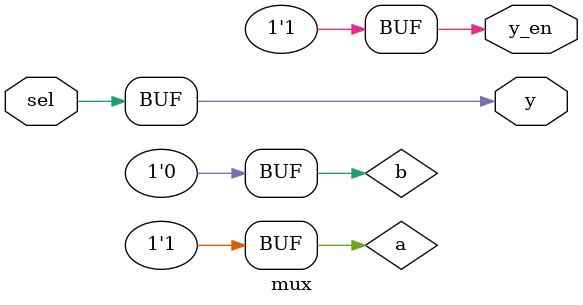
<source format=v>
/* Generated by Yosys 0.37 (git sha1 a5c7f69ed, i686-w64-mingw32.static-g++ 11.4.0 -Og) */

(* hdlname = "\\mux" *)
(* top =  1  *)
(* src = "../src/main.v:2.1-15.10" *)
module mux(sel, y, y_en);
  (* src = "../src/main.v:10.6-10.7" *)
  wire a;
  (* src = "../src/main.v:11.6-11.7" *)
  wire b;
  (* iopad_external_pin = 32'd1 *)
  (* src = "../src/main.v:3.37-3.40" *)
  input sel;
  wire sel;
  (* iopad_external_pin = 32'd1 *)
  (* src = "../src/main.v:4.37-4.38" *)
  output y;
  wire y;
  (* iopad_external_pin = 32'd1 *)
  (* src = "../src/main.v:5.37-5.41" *)
  output y_en;
  wire y_en;
  assign a = 1'h1;
  assign b = 1'h0;
  assign y = sel;
  assign y_en = 1'h1;
endmodule

</source>
